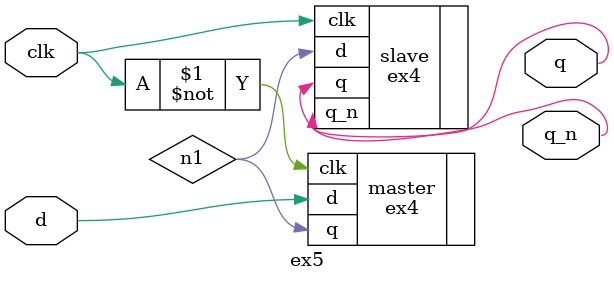
<source format=v>
module ex5	
(
input clk ,
input d,
output q,
output q_n
);

wire n1;

ex4 master
(
	. clk ( ~ clk ) ,
	.d ( d ) ,
		.q ( n1 )
);
ex4 slave 
(
	. clk ( clk ) ,
	.d ( n1 ) ,
	.q ( q ) ,
	.q_n ( q_n )
);
endmodule 

</source>
